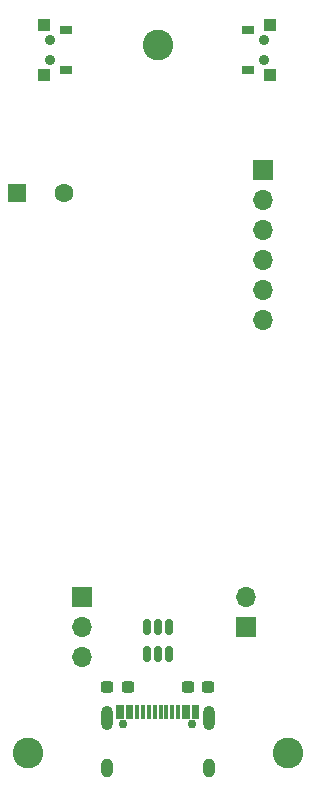
<source format=gbs>
%TF.GenerationSoftware,KiCad,Pcbnew,7.0.7*%
%TF.CreationDate,2023-11-27T18:28:25+03:00*%
%TF.ProjectId,Alatyr,416c6174-7972-42e6-9b69-6361645f7063,rev?*%
%TF.SameCoordinates,PX6422c40PY6146580*%
%TF.FileFunction,Soldermask,Bot*%
%TF.FilePolarity,Negative*%
%FSLAX46Y46*%
G04 Gerber Fmt 4.6, Leading zero omitted, Abs format (unit mm)*
G04 Created by KiCad (PCBNEW 7.0.7) date 2023-11-27 18:28:25*
%MOMM*%
%LPD*%
G01*
G04 APERTURE LIST*
G04 Aperture macros list*
%AMRoundRect*
0 Rectangle with rounded corners*
0 $1 Rounding radius*
0 $2 $3 $4 $5 $6 $7 $8 $9 X,Y pos of 4 corners*
0 Add a 4 corners polygon primitive as box body*
4,1,4,$2,$3,$4,$5,$6,$7,$8,$9,$2,$3,0*
0 Add four circle primitives for the rounded corners*
1,1,$1+$1,$2,$3*
1,1,$1+$1,$4,$5*
1,1,$1+$1,$6,$7*
1,1,$1+$1,$8,$9*
0 Add four rect primitives between the rounded corners*
20,1,$1+$1,$2,$3,$4,$5,0*
20,1,$1+$1,$4,$5,$6,$7,0*
20,1,$1+$1,$6,$7,$8,$9,0*
20,1,$1+$1,$8,$9,$2,$3,0*%
G04 Aperture macros list end*
%ADD10R,1.600000X1.600000*%
%ADD11C,1.600000*%
%ADD12C,2.600000*%
%ADD13R,1.700000X1.700000*%
%ADD14O,1.700000X1.700000*%
%ADD15RoundRect,0.237500X0.300000X0.237500X-0.300000X0.237500X-0.300000X-0.237500X0.300000X-0.237500X0*%
%ADD16C,0.900000*%
%ADD17R,1.100000X0.700000*%
%ADD18R,1.000000X1.100000*%
%ADD19RoundRect,0.237500X-0.300000X-0.237500X0.300000X-0.237500X0.300000X0.237500X-0.300000X0.237500X0*%
%ADD20RoundRect,0.150000X0.150000X-0.512500X0.150000X0.512500X-0.150000X0.512500X-0.150000X-0.512500X0*%
%ADD21C,0.750000*%
%ADD22R,0.300000X1.150000*%
%ADD23O,1.000000X1.600000*%
%ADD24O,1.000000X2.100000*%
G04 APERTURE END LIST*
D10*
%TO.C,HA1*%
X1080723Y51395000D03*
D11*
X5080723Y51395000D03*
%TD*%
D12*
%TO.C,H2*%
X2000000Y3970000D03*
%TD*%
D13*
%TO.C,XP2*%
X21925000Y53325000D03*
D14*
X21925000Y50785000D03*
X21925000Y48245000D03*
X21925000Y45705000D03*
X21925000Y43165000D03*
X21925000Y40625000D03*
%TD*%
D12*
%TO.C,H3*%
X24000000Y3970000D03*
%TD*%
%TO.C,H1*%
X13000000Y63970000D03*
%TD*%
D13*
%TO.C,XP1*%
X20475000Y14655000D03*
D14*
X20475000Y17195000D03*
%TD*%
D15*
%TO.C,C1*%
X10450000Y9535000D03*
X8725000Y9535000D03*
%TD*%
D13*
%TO.C,XP3*%
X6575000Y17175000D03*
D14*
X6575000Y14635000D03*
X6575000Y12095000D03*
%TD*%
D16*
%TO.C,SW1*%
X3900000Y62670000D03*
X3900000Y64370000D03*
D17*
X5250000Y61820000D03*
X5250000Y65220000D03*
D18*
X3400000Y61420000D03*
X3400000Y65620000D03*
%TD*%
D19*
%TO.C,C2*%
X15550000Y9535000D03*
X17275000Y9535000D03*
%TD*%
D20*
%TO.C,VD1*%
X13975270Y12382110D03*
X13025270Y12382110D03*
X12075270Y12382110D03*
X12075270Y14657110D03*
X13025270Y14657110D03*
X13975270Y14657110D03*
%TD*%
D16*
%TO.C,SW2*%
X22000000Y64370000D03*
X22000000Y62670000D03*
D17*
X20650000Y65220000D03*
X20650000Y61820000D03*
D18*
X22500000Y65620000D03*
X22500000Y61420000D03*
%TD*%
D21*
%TO.C,XS1*%
X15890000Y6430000D03*
X10110000Y6430000D03*
D22*
X16350000Y7495000D03*
X15550000Y7495000D03*
X14250000Y7495000D03*
X13250000Y7495000D03*
X12750000Y7495000D03*
X11750000Y7495000D03*
X10450000Y7495000D03*
X9650000Y7495000D03*
X9950000Y7495000D03*
X10750000Y7495000D03*
X11250000Y7495000D03*
X12250000Y7495000D03*
X13750000Y7495000D03*
X14750000Y7495000D03*
X15250000Y7495000D03*
X16050000Y7495000D03*
D23*
X17320000Y2750000D03*
D24*
X17320000Y6930000D03*
D23*
X8680000Y2750000D03*
D24*
X8680000Y6930000D03*
%TD*%
M02*

</source>
